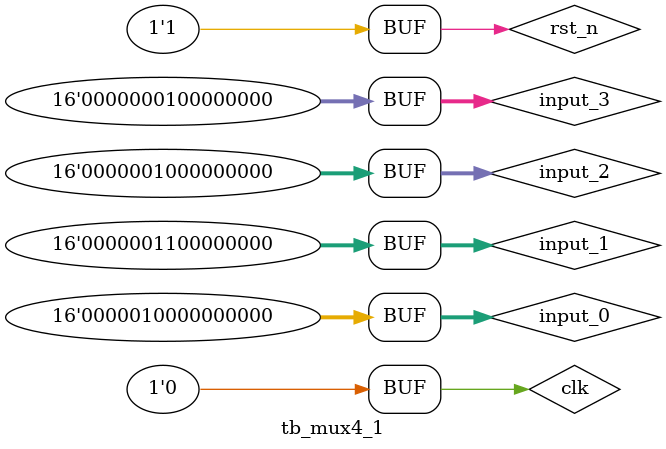
<source format=v>
`timescale 1ns / 1ps

module tb_mux4_1;
parameter WIDTH = 16;

// Input for mux module
reg clk;
reg rst_n;
reg [WIDTH-1:0] input_0, input_1, input_2, input_3;

reg [3:0] select;

// Output for mux module
wire [WIDTH-1:0] out;

mux4_1 #(.WIDTH(WIDTH)) mux_inst (.clk(clk), .rst_n(rst_n), .input_0(input_0), .input_1(input_1), .input_2(input_2), .input_3(input_3), .out(out));

// Clock generation
initial begin
	repeat(50)
		#5 clk <= ~clk;
end

// Initial block to apply test cases
initial begin
    // Initialize signals
    clk = 0;
    rst_n = 0;

end

// Behavior
initial begin
	#10 rst_n = 1;
		input_0 = 16'h0400;
		input_1 = 16'h0300;
		input_2 = 16'h0200;
		input_3 = 16'h0100;
end


// Dumping to see the waveform file
initial begin
    // Set up VCD dump file
    $dumpfile("tb_mux4_1.vcd");  // VCD output file
    $dumpvars(0, tb_mux4_1);      // Dump all variables in the testbench
end


endmodule

</source>
